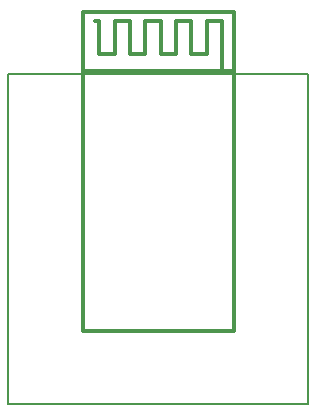
<source format=gbr>
G04 #@! TF.FileFunction,Legend,Top*
%FSLAX46Y46*%
G04 Gerber Fmt 4.6, Leading zero omitted, Abs format (unit mm)*
G04 Created by KiCad (PCBNEW 0.201509251832+6217~30~ubuntu14.04.1-product) date gio 08 ott 2015 22:51:30 CEST*
%MOMM*%
G01*
G04 APERTURE LIST*
%ADD10C,0.100000*%
%ADD11C,0.378460*%
%ADD12C,0.150000*%
G04 APERTURE END LIST*
D10*
D11*
X144889220Y-84993480D02*
X144889220Y-87792560D01*
X143588740Y-84993480D02*
X143588740Y-87792560D01*
X144891760Y-87790020D02*
X143591280Y-87790020D01*
X147487640Y-84990940D02*
X147487640Y-87790020D01*
X146187160Y-84990940D02*
X146187160Y-87790020D01*
X147490180Y-87787480D02*
X146189700Y-87787480D01*
X146187160Y-84988400D02*
X144886680Y-84988400D01*
X150088600Y-84990940D02*
X150088600Y-87790020D01*
X148788120Y-84990940D02*
X148788120Y-87790020D01*
X150091140Y-87787480D02*
X148790660Y-87787480D01*
X148788120Y-84988400D02*
X147487640Y-84988400D01*
X153990040Y-84990940D02*
X153990040Y-89291160D01*
X152689560Y-84990940D02*
X152689560Y-87790020D01*
X151389080Y-84990940D02*
X151389080Y-87790020D01*
X143588740Y-84990940D02*
X143189960Y-84990940D01*
X152692100Y-87787480D02*
X151391620Y-87787480D01*
X151389080Y-84988400D02*
X150088600Y-84988400D01*
X153990040Y-84988400D02*
X152689560Y-84988400D01*
X154990800Y-89291160D02*
X142189200Y-89291160D01*
X142189200Y-111290100D02*
X142189200Y-84289900D01*
X142189200Y-84289900D02*
X154990800Y-84289900D01*
X154990800Y-84289900D02*
X154990800Y-111290100D01*
X154990800Y-111290100D02*
X142189200Y-111290100D01*
D12*
X135890000Y-89535000D02*
X161290000Y-89535000D01*
X161290000Y-89535000D02*
X161290000Y-117475000D01*
X161290000Y-117475000D02*
X135890000Y-117475000D01*
X135890000Y-117475000D02*
X135890000Y-89535000D01*
M02*

</source>
